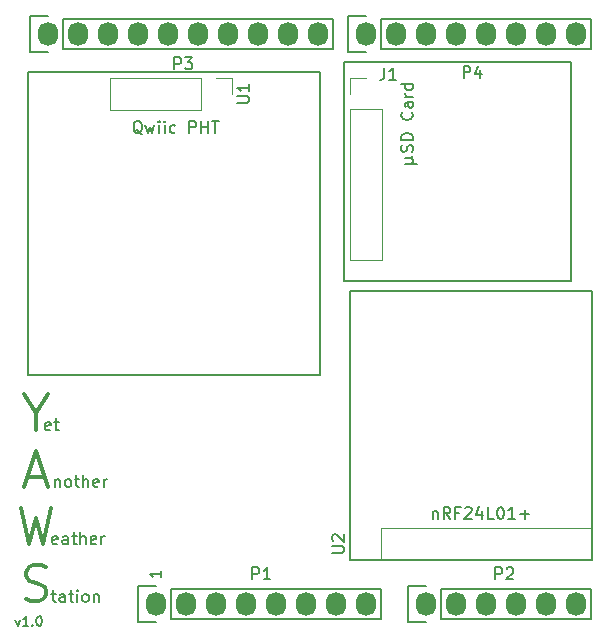
<source format=gbr>
%TF.GenerationSoftware,KiCad,Pcbnew,(6.0.1)*%
%TF.CreationDate,2022-03-15T17:59:04+02:00*%
%TF.ProjectId,YAWS,59415753-2e6b-4696-9361-645f70636258,rev?*%
%TF.SameCoordinates,Original*%
%TF.FileFunction,Legend,Top*%
%TF.FilePolarity,Positive*%
%FSLAX46Y46*%
G04 Gerber Fmt 4.6, Leading zero omitted, Abs format (unit mm)*
G04 Created by KiCad (PCBNEW (6.0.1)) date 2022-03-15 17:59:04*
%MOMM*%
%LPD*%
G01*
G04 APERTURE LIST*
%ADD10C,0.150000*%
%ADD11C,0.300000*%
%ADD12C,0.120000*%
%ADD13O,1.727200X2.032000*%
G04 APERTURE END LIST*
D10*
X128116414Y-78804677D02*
X152821989Y-78804677D01*
X152821989Y-78804677D02*
X152821989Y-104453414D01*
X152821989Y-104453414D02*
X128116414Y-104453414D01*
X128116414Y-104453414D02*
X128116414Y-78804677D01*
X154875276Y-77974537D02*
X174050383Y-77974537D01*
X174050383Y-77974537D02*
X174050383Y-96452090D01*
X174050383Y-96452090D02*
X154875276Y-96452090D01*
X154875276Y-96452090D02*
X154875276Y-77974537D01*
X155393925Y-120081446D02*
X175818319Y-120081446D01*
X175818319Y-120081446D02*
X175818319Y-97332797D01*
X175818319Y-97332797D02*
X155393925Y-97332797D01*
X155393925Y-97332797D02*
X155393925Y-120081446D01*
X130072432Y-122980161D02*
X130453384Y-122980161D01*
X130215289Y-122646827D02*
X130215289Y-123503970D01*
X130262908Y-123599208D01*
X130358146Y-123646827D01*
X130453384Y-123646827D01*
X131215289Y-123646827D02*
X131215289Y-123123018D01*
X131167670Y-123027780D01*
X131072432Y-122980161D01*
X130881956Y-122980161D01*
X130786718Y-123027780D01*
X131215289Y-123599208D02*
X131120051Y-123646827D01*
X130881956Y-123646827D01*
X130786718Y-123599208D01*
X130739099Y-123503970D01*
X130739099Y-123408732D01*
X130786718Y-123313494D01*
X130881956Y-123265875D01*
X131120051Y-123265875D01*
X131215289Y-123218256D01*
X131548622Y-122980161D02*
X131929575Y-122980161D01*
X131691480Y-122646827D02*
X131691480Y-123503970D01*
X131739099Y-123599208D01*
X131834337Y-123646827D01*
X131929575Y-123646827D01*
X132262908Y-123646827D02*
X132262908Y-122980161D01*
X132262908Y-122646827D02*
X132215289Y-122694447D01*
X132262908Y-122742066D01*
X132310527Y-122694447D01*
X132262908Y-122646827D01*
X132262908Y-122742066D01*
X132881956Y-123646827D02*
X132786718Y-123599208D01*
X132739099Y-123551589D01*
X132691480Y-123456351D01*
X132691480Y-123170637D01*
X132739099Y-123075399D01*
X132786718Y-123027780D01*
X132881956Y-122980161D01*
X133024813Y-122980161D01*
X133120051Y-123027780D01*
X133167670Y-123075399D01*
X133215289Y-123170637D01*
X133215289Y-123456351D01*
X133167670Y-123551589D01*
X133120051Y-123599208D01*
X133024813Y-123646827D01*
X132881956Y-123646827D01*
X133643861Y-122980161D02*
X133643861Y-123646827D01*
X133643861Y-123075399D02*
X133691480Y-123027780D01*
X133786718Y-122980161D01*
X133929575Y-122980161D01*
X134024813Y-123027780D01*
X134072432Y-123123018D01*
X134072432Y-123646827D01*
X139390380Y-120999285D02*
X139390380Y-121570714D01*
X139390380Y-121285000D02*
X138390380Y-121285000D01*
X138533238Y-121380238D01*
X138628476Y-121475476D01*
X138676095Y-121570714D01*
X162367818Y-115954150D02*
X162367818Y-116620816D01*
X162367818Y-116049388D02*
X162415437Y-116001769D01*
X162510675Y-115954150D01*
X162653532Y-115954150D01*
X162748770Y-116001769D01*
X162796389Y-116097007D01*
X162796389Y-116620816D01*
X163844008Y-116620816D02*
X163510675Y-116144626D01*
X163272580Y-116620816D02*
X163272580Y-115620816D01*
X163653532Y-115620816D01*
X163748770Y-115668436D01*
X163796389Y-115716055D01*
X163844008Y-115811293D01*
X163844008Y-115954150D01*
X163796389Y-116049388D01*
X163748770Y-116097007D01*
X163653532Y-116144626D01*
X163272580Y-116144626D01*
X164605913Y-116097007D02*
X164272580Y-116097007D01*
X164272580Y-116620816D02*
X164272580Y-115620816D01*
X164748770Y-115620816D01*
X165082104Y-115716055D02*
X165129723Y-115668436D01*
X165224961Y-115620816D01*
X165463056Y-115620816D01*
X165558294Y-115668436D01*
X165605913Y-115716055D01*
X165653532Y-115811293D01*
X165653532Y-115906531D01*
X165605913Y-116049388D01*
X165034485Y-116620816D01*
X165653532Y-116620816D01*
X166510675Y-115954150D02*
X166510675Y-116620816D01*
X166272580Y-115573197D02*
X166034485Y-116287483D01*
X166653532Y-116287483D01*
X167510675Y-116620816D02*
X167034485Y-116620816D01*
X167034485Y-115620816D01*
X168034485Y-115620816D02*
X168129723Y-115620816D01*
X168224961Y-115668436D01*
X168272580Y-115716055D01*
X168320199Y-115811293D01*
X168367818Y-116001769D01*
X168367818Y-116239864D01*
X168320199Y-116430340D01*
X168272580Y-116525578D01*
X168224961Y-116573197D01*
X168129723Y-116620816D01*
X168034485Y-116620816D01*
X167939247Y-116573197D01*
X167891627Y-116525578D01*
X167844008Y-116430340D01*
X167796389Y-116239864D01*
X167796389Y-116001769D01*
X167844008Y-115811293D01*
X167891627Y-115716055D01*
X167939247Y-115668436D01*
X168034485Y-115620816D01*
X169320199Y-116620816D02*
X168748770Y-116620816D01*
X169034485Y-116620816D02*
X169034485Y-115620816D01*
X168939247Y-115763674D01*
X168844008Y-115858912D01*
X168748770Y-115906531D01*
X169748770Y-116239864D02*
X170510675Y-116239864D01*
X170129723Y-116620816D02*
X170129723Y-115858912D01*
X137751013Y-84045207D02*
X137655775Y-83997588D01*
X137560537Y-83902349D01*
X137417680Y-83759492D01*
X137322442Y-83711873D01*
X137227204Y-83711873D01*
X137274823Y-83949968D02*
X137179585Y-83902349D01*
X137084347Y-83807111D01*
X137036727Y-83616635D01*
X137036727Y-83283302D01*
X137084347Y-83092826D01*
X137179585Y-82997588D01*
X137274823Y-82949968D01*
X137465299Y-82949968D01*
X137560537Y-82997588D01*
X137655775Y-83092826D01*
X137703394Y-83283302D01*
X137703394Y-83616635D01*
X137655775Y-83807111D01*
X137560537Y-83902349D01*
X137465299Y-83949968D01*
X137274823Y-83949968D01*
X138036727Y-83283302D02*
X138227204Y-83949968D01*
X138417680Y-83473778D01*
X138608156Y-83949968D01*
X138798632Y-83283302D01*
X139179585Y-83949968D02*
X139179585Y-83283302D01*
X139179585Y-82949968D02*
X139131966Y-82997588D01*
X139179585Y-83045207D01*
X139227204Y-82997588D01*
X139179585Y-82949968D01*
X139179585Y-83045207D01*
X139655775Y-83949968D02*
X139655775Y-83283302D01*
X139655775Y-82949968D02*
X139608156Y-82997588D01*
X139655775Y-83045207D01*
X139703394Y-82997588D01*
X139655775Y-82949968D01*
X139655775Y-83045207D01*
X140560537Y-83902349D02*
X140465299Y-83949968D01*
X140274823Y-83949968D01*
X140179585Y-83902349D01*
X140131966Y-83854730D01*
X140084347Y-83759492D01*
X140084347Y-83473778D01*
X140131966Y-83378540D01*
X140179585Y-83330921D01*
X140274823Y-83283302D01*
X140465299Y-83283302D01*
X140560537Y-83330921D01*
X141751013Y-83949968D02*
X141751013Y-82949968D01*
X142131966Y-82949968D01*
X142227204Y-82997588D01*
X142274823Y-83045207D01*
X142322442Y-83140445D01*
X142322442Y-83283302D01*
X142274823Y-83378540D01*
X142227204Y-83426159D01*
X142131966Y-83473778D01*
X141751013Y-83473778D01*
X142751013Y-83949968D02*
X142751013Y-82949968D01*
X142751013Y-83426159D02*
X143322442Y-83426159D01*
X143322442Y-83949968D02*
X143322442Y-82949968D01*
X143655775Y-82949968D02*
X144227204Y-82949968D01*
X143941489Y-83949968D02*
X143941489Y-82949968D01*
X127020716Y-125143901D02*
X127211193Y-125677234D01*
X127401669Y-125143901D01*
X128125478Y-125677234D02*
X127668335Y-125677234D01*
X127896907Y-125677234D02*
X127896907Y-124877234D01*
X127820716Y-124991520D01*
X127744526Y-125067710D01*
X127668335Y-125105806D01*
X128468335Y-125601044D02*
X128506431Y-125639139D01*
X128468335Y-125677234D01*
X128430240Y-125639139D01*
X128468335Y-125601044D01*
X128468335Y-125677234D01*
X129001669Y-124877234D02*
X129077859Y-124877234D01*
X129154050Y-124915330D01*
X129192145Y-124953425D01*
X129230240Y-125029615D01*
X129268335Y-125181996D01*
X129268335Y-125372472D01*
X129230240Y-125524853D01*
X129192145Y-125601044D01*
X129154050Y-125639139D01*
X129077859Y-125677234D01*
X129001669Y-125677234D01*
X128925478Y-125639139D01*
X128887383Y-125601044D01*
X128849288Y-125524853D01*
X128811193Y-125372472D01*
X128811193Y-125181996D01*
X128849288Y-125029615D01*
X128887383Y-124953425D01*
X128925478Y-124915330D01*
X129001669Y-124877234D01*
X160014841Y-86542142D02*
X161014841Y-86542142D01*
X160538650Y-86065952D02*
X160633888Y-86018333D01*
X160681507Y-85923095D01*
X160538650Y-86542142D02*
X160633888Y-86494523D01*
X160681507Y-86399285D01*
X160681507Y-86208809D01*
X160633888Y-86113571D01*
X160538650Y-86065952D01*
X160014841Y-86065952D01*
X160633888Y-85542142D02*
X160681507Y-85399285D01*
X160681507Y-85161190D01*
X160633888Y-85065952D01*
X160586269Y-85018333D01*
X160491031Y-84970714D01*
X160395793Y-84970714D01*
X160300555Y-85018333D01*
X160252936Y-85065952D01*
X160205317Y-85161190D01*
X160157698Y-85351666D01*
X160110079Y-85446904D01*
X160062460Y-85494523D01*
X159967222Y-85542142D01*
X159871984Y-85542142D01*
X159776746Y-85494523D01*
X159729127Y-85446904D01*
X159681507Y-85351666D01*
X159681507Y-85113571D01*
X159729127Y-84970714D01*
X160681507Y-84542142D02*
X159681507Y-84542142D01*
X159681507Y-84304047D01*
X159729127Y-84161190D01*
X159824365Y-84065952D01*
X159919603Y-84018333D01*
X160110079Y-83970714D01*
X160252936Y-83970714D01*
X160443412Y-84018333D01*
X160538650Y-84065952D01*
X160633888Y-84161190D01*
X160681507Y-84304047D01*
X160681507Y-84542142D01*
X160586269Y-82208809D02*
X160633888Y-82256428D01*
X160681507Y-82399285D01*
X160681507Y-82494523D01*
X160633888Y-82637380D01*
X160538650Y-82732619D01*
X160443412Y-82780238D01*
X160252936Y-82827857D01*
X160110079Y-82827857D01*
X159919603Y-82780238D01*
X159824365Y-82732619D01*
X159729127Y-82637380D01*
X159681507Y-82494523D01*
X159681507Y-82399285D01*
X159729127Y-82256428D01*
X159776746Y-82208809D01*
X160681507Y-81351666D02*
X160157698Y-81351666D01*
X160062460Y-81399285D01*
X160014841Y-81494523D01*
X160014841Y-81685000D01*
X160062460Y-81780238D01*
X160633888Y-81351666D02*
X160681507Y-81446904D01*
X160681507Y-81685000D01*
X160633888Y-81780238D01*
X160538650Y-81827857D01*
X160443412Y-81827857D01*
X160348174Y-81780238D01*
X160300555Y-81685000D01*
X160300555Y-81446904D01*
X160252936Y-81351666D01*
X160681507Y-80875476D02*
X160014841Y-80875476D01*
X160205317Y-80875476D02*
X160110079Y-80827857D01*
X160062460Y-80780238D01*
X160014841Y-80685000D01*
X160014841Y-80589761D01*
X160681507Y-79827857D02*
X159681507Y-79827857D01*
X160633888Y-79827857D02*
X160681507Y-79923095D01*
X160681507Y-80113571D01*
X160633888Y-80208809D01*
X160586269Y-80256428D01*
X160491031Y-80304047D01*
X160205317Y-80304047D01*
X160110079Y-80256428D01*
X160062460Y-80208809D01*
X160014841Y-80113571D01*
X160014841Y-79923095D01*
X160062460Y-79827857D01*
X130580084Y-118718271D02*
X130484846Y-118765890D01*
X130294370Y-118765890D01*
X130199132Y-118718271D01*
X130151513Y-118623033D01*
X130151513Y-118242081D01*
X130199132Y-118146843D01*
X130294370Y-118099224D01*
X130484846Y-118099224D01*
X130580084Y-118146843D01*
X130627703Y-118242081D01*
X130627703Y-118337319D01*
X130151513Y-118432557D01*
X131484846Y-118765890D02*
X131484846Y-118242081D01*
X131437227Y-118146843D01*
X131341989Y-118099224D01*
X131151513Y-118099224D01*
X131056275Y-118146843D01*
X131484846Y-118718271D02*
X131389608Y-118765890D01*
X131151513Y-118765890D01*
X131056275Y-118718271D01*
X131008656Y-118623033D01*
X131008656Y-118527795D01*
X131056275Y-118432557D01*
X131151513Y-118384938D01*
X131389608Y-118384938D01*
X131484846Y-118337319D01*
X131818180Y-118099224D02*
X132199132Y-118099224D01*
X131961037Y-117765890D02*
X131961037Y-118623033D01*
X132008656Y-118718271D01*
X132103894Y-118765890D01*
X132199132Y-118765890D01*
X132532465Y-118765890D02*
X132532465Y-117765890D01*
X132961037Y-118765890D02*
X132961037Y-118242081D01*
X132913418Y-118146843D01*
X132818180Y-118099224D01*
X132675322Y-118099224D01*
X132580084Y-118146843D01*
X132532465Y-118194462D01*
X133818180Y-118718271D02*
X133722941Y-118765890D01*
X133532465Y-118765890D01*
X133437227Y-118718271D01*
X133389608Y-118623033D01*
X133389608Y-118242081D01*
X133437227Y-118146843D01*
X133532465Y-118099224D01*
X133722941Y-118099224D01*
X133818180Y-118146843D01*
X133865799Y-118242081D01*
X133865799Y-118337319D01*
X133389608Y-118432557D01*
X134294370Y-118765890D02*
X134294370Y-118099224D01*
X134294370Y-118289700D02*
X134341989Y-118194462D01*
X134389608Y-118146843D01*
X134484846Y-118099224D01*
X134580084Y-118099224D01*
D11*
X128778000Y-107643593D02*
X128778000Y-109072164D01*
X127778000Y-106072164D02*
X128778000Y-107643593D01*
X129778000Y-106072164D01*
X128063714Y-113045022D02*
X129492285Y-113045022D01*
X127778000Y-113902164D02*
X128778000Y-110902164D01*
X129778000Y-113902164D01*
X127492285Y-115732164D02*
X128206571Y-118732164D01*
X128778000Y-116589307D01*
X129349428Y-118732164D01*
X130063714Y-115732164D01*
X127920857Y-123419307D02*
X128349428Y-123562164D01*
X129063714Y-123562164D01*
X129349428Y-123419307D01*
X129492285Y-123276450D01*
X129635142Y-122990736D01*
X129635142Y-122705022D01*
X129492285Y-122419307D01*
X129349428Y-122276450D01*
X129063714Y-122133593D01*
X128492285Y-121990736D01*
X128206571Y-121847879D01*
X128063714Y-121705022D01*
X127920857Y-121419307D01*
X127920857Y-121133593D01*
X128063714Y-120847879D01*
X128206571Y-120705022D01*
X128492285Y-120562164D01*
X129206571Y-120562164D01*
X129635142Y-120705022D01*
D10*
X130376007Y-113254338D02*
X130376007Y-113921004D01*
X130376007Y-113349576D02*
X130423626Y-113301957D01*
X130518865Y-113254338D01*
X130661722Y-113254338D01*
X130756960Y-113301957D01*
X130804579Y-113397195D01*
X130804579Y-113921004D01*
X131423626Y-113921004D02*
X131328388Y-113873385D01*
X131280769Y-113825766D01*
X131233150Y-113730528D01*
X131233150Y-113444814D01*
X131280769Y-113349576D01*
X131328388Y-113301957D01*
X131423626Y-113254338D01*
X131566484Y-113254338D01*
X131661722Y-113301957D01*
X131709341Y-113349576D01*
X131756960Y-113444814D01*
X131756960Y-113730528D01*
X131709341Y-113825766D01*
X131661722Y-113873385D01*
X131566484Y-113921004D01*
X131423626Y-113921004D01*
X132042674Y-113254338D02*
X132423626Y-113254338D01*
X132185531Y-112921004D02*
X132185531Y-113778147D01*
X132233150Y-113873385D01*
X132328388Y-113921004D01*
X132423626Y-113921004D01*
X132756960Y-113921004D02*
X132756960Y-112921004D01*
X133185531Y-113921004D02*
X133185531Y-113397195D01*
X133137912Y-113301957D01*
X133042674Y-113254338D01*
X132899817Y-113254338D01*
X132804579Y-113301957D01*
X132756960Y-113349576D01*
X134042674Y-113873385D02*
X133947436Y-113921004D01*
X133756960Y-113921004D01*
X133661722Y-113873385D01*
X133614103Y-113778147D01*
X133614103Y-113397195D01*
X133661722Y-113301957D01*
X133756960Y-113254338D01*
X133947436Y-113254338D01*
X134042674Y-113301957D01*
X134090293Y-113397195D01*
X134090293Y-113492433D01*
X133614103Y-113587671D01*
X134518865Y-113921004D02*
X134518865Y-113254338D01*
X134518865Y-113444814D02*
X134566484Y-113349576D01*
X134614103Y-113301957D01*
X134709341Y-113254338D01*
X134804579Y-113254338D01*
X129963789Y-109069924D02*
X129868551Y-109117543D01*
X129678075Y-109117543D01*
X129582837Y-109069924D01*
X129535218Y-108974686D01*
X129535218Y-108593734D01*
X129582837Y-108498496D01*
X129678075Y-108450877D01*
X129868551Y-108450877D01*
X129963789Y-108498496D01*
X130011408Y-108593734D01*
X130011408Y-108688972D01*
X129535218Y-108784210D01*
X130297123Y-108450877D02*
X130678075Y-108450877D01*
X130439980Y-108117543D02*
X130439980Y-108974686D01*
X130487599Y-109069924D01*
X130582837Y-109117543D01*
X130678075Y-109117543D01*
%TO.C,P1*%
X147089904Y-121737380D02*
X147089904Y-120737380D01*
X147470857Y-120737380D01*
X147566095Y-120785000D01*
X147613714Y-120832619D01*
X147661333Y-120927857D01*
X147661333Y-121070714D01*
X147613714Y-121165952D01*
X147566095Y-121213571D01*
X147470857Y-121261190D01*
X147089904Y-121261190D01*
X148613714Y-121737380D02*
X148042285Y-121737380D01*
X148328000Y-121737380D02*
X148328000Y-120737380D01*
X148232761Y-120880238D01*
X148137523Y-120975476D01*
X148042285Y-121023095D01*
%TO.C,P2*%
X167663904Y-121737380D02*
X167663904Y-120737380D01*
X168044857Y-120737380D01*
X168140095Y-120785000D01*
X168187714Y-120832619D01*
X168235333Y-120927857D01*
X168235333Y-121070714D01*
X168187714Y-121165952D01*
X168140095Y-121213571D01*
X168044857Y-121261190D01*
X167663904Y-121261190D01*
X168616285Y-120832619D02*
X168663904Y-120785000D01*
X168759142Y-120737380D01*
X168997238Y-120737380D01*
X169092476Y-120785000D01*
X169140095Y-120832619D01*
X169187714Y-120927857D01*
X169187714Y-121023095D01*
X169140095Y-121165952D01*
X168568666Y-121737380D01*
X169187714Y-121737380D01*
%TO.C,P3*%
X140485904Y-78557380D02*
X140485904Y-77557380D01*
X140866857Y-77557380D01*
X140962095Y-77605000D01*
X141009714Y-77652619D01*
X141057333Y-77747857D01*
X141057333Y-77890714D01*
X141009714Y-77985952D01*
X140962095Y-78033571D01*
X140866857Y-78081190D01*
X140485904Y-78081190D01*
X141390666Y-77557380D02*
X142009714Y-77557380D01*
X141676380Y-77938333D01*
X141819238Y-77938333D01*
X141914476Y-77985952D01*
X141962095Y-78033571D01*
X142009714Y-78128809D01*
X142009714Y-78366904D01*
X141962095Y-78462142D01*
X141914476Y-78509761D01*
X141819238Y-78557380D01*
X141533523Y-78557380D01*
X141438285Y-78509761D01*
X141390666Y-78462142D01*
%TO.C,P4*%
X164970266Y-79288018D02*
X164970266Y-78288018D01*
X165351219Y-78288018D01*
X165446457Y-78335638D01*
X165494076Y-78383257D01*
X165541695Y-78478495D01*
X165541695Y-78621352D01*
X165494076Y-78716590D01*
X165446457Y-78764209D01*
X165351219Y-78811828D01*
X164970266Y-78811828D01*
X166398838Y-78621352D02*
X166398838Y-79288018D01*
X166160742Y-78240399D02*
X165922647Y-78954685D01*
X166541695Y-78954685D01*
%TO.C,U1*%
X145800380Y-81406904D02*
X146609904Y-81406904D01*
X146705142Y-81359285D01*
X146752761Y-81311666D01*
X146800380Y-81216428D01*
X146800380Y-81025952D01*
X146752761Y-80930714D01*
X146705142Y-80883095D01*
X146609904Y-80835476D01*
X145800380Y-80835476D01*
X146800380Y-79835476D02*
X146800380Y-80406904D01*
X146800380Y-80121190D02*
X145800380Y-80121190D01*
X145943238Y-80216428D01*
X146038476Y-80311666D01*
X146086095Y-80406904D01*
%TO.C,J1*%
X158256996Y-78433284D02*
X158256996Y-79147570D01*
X158209377Y-79290427D01*
X158114139Y-79385665D01*
X157971282Y-79433284D01*
X157876044Y-79433284D01*
X159256996Y-79433284D02*
X158685568Y-79433284D01*
X158971282Y-79433284D02*
X158971282Y-78433284D01*
X158876044Y-78576142D01*
X158780806Y-78671380D01*
X158685568Y-78718999D01*
%TO.C,U2*%
X153840380Y-119506904D02*
X154649904Y-119506904D01*
X154745142Y-119459285D01*
X154792761Y-119411666D01*
X154840380Y-119316428D01*
X154840380Y-119125952D01*
X154792761Y-119030714D01*
X154745142Y-118983095D01*
X154649904Y-118935476D01*
X153840380Y-118935476D01*
X153935619Y-118506904D02*
X153888000Y-118459285D01*
X153840380Y-118364047D01*
X153840380Y-118125952D01*
X153888000Y-118030714D01*
X153935619Y-117983095D01*
X154030857Y-117935476D01*
X154126095Y-117935476D01*
X154268952Y-117983095D01*
X154840380Y-118554523D01*
X154840380Y-117935476D01*
%TO.C,P1*%
X137388000Y-125375000D02*
X138938000Y-125375000D01*
X140208000Y-125095000D02*
X140208000Y-122555000D01*
X140208000Y-125095000D02*
X157988000Y-125095000D01*
X157988000Y-125095000D02*
X157988000Y-122555000D01*
X137388000Y-122275000D02*
X137388000Y-125375000D01*
X157988000Y-122555000D02*
X140208000Y-122555000D01*
X138938000Y-122275000D02*
X137388000Y-122275000D01*
%TO.C,P2*%
X163068000Y-125095000D02*
X163068000Y-122555000D01*
X163068000Y-125095000D02*
X175768000Y-125095000D01*
X160248000Y-125375000D02*
X161798000Y-125375000D01*
X175768000Y-125095000D02*
X175768000Y-122555000D01*
X161798000Y-122275000D02*
X160248000Y-122275000D01*
X160248000Y-122275000D02*
X160248000Y-125375000D01*
X175768000Y-122555000D02*
X163068000Y-122555000D01*
%TO.C,P3*%
X128244000Y-77115000D02*
X129794000Y-77115000D01*
X129794000Y-74015000D02*
X128244000Y-74015000D01*
X131064000Y-76835000D02*
X153924000Y-76835000D01*
X131064000Y-76835000D02*
X131064000Y-74295000D01*
X153924000Y-74295000D02*
X131064000Y-74295000D01*
X128244000Y-74015000D02*
X128244000Y-77115000D01*
X153924000Y-76835000D02*
X153924000Y-74295000D01*
%TO.C,P4*%
X155168000Y-74015000D02*
X155168000Y-77115000D01*
X175768000Y-76835000D02*
X175768000Y-74295000D01*
X157988000Y-76835000D02*
X157988000Y-74295000D01*
X157988000Y-76835000D02*
X175768000Y-76835000D01*
X175768000Y-74295000D02*
X157988000Y-74295000D01*
X156718000Y-74015000D02*
X155168000Y-74015000D01*
X155168000Y-77115000D02*
X156718000Y-77115000D01*
D12*
%TO.C,U1*%
X145348000Y-79315000D02*
X145348000Y-80645000D01*
X135068000Y-79315000D02*
X135068000Y-81975000D01*
X142748000Y-79315000D02*
X135068000Y-79315000D01*
X142748000Y-79315000D02*
X142748000Y-81975000D01*
X142748000Y-81975000D02*
X135068000Y-81975000D01*
X144018000Y-79315000D02*
X145348000Y-79315000D01*
%TO.C,J1*%
X158048000Y-81915000D02*
X158048000Y-94675000D01*
X155388000Y-81915000D02*
X155388000Y-94675000D01*
X155388000Y-94675000D02*
X158048000Y-94675000D01*
X155388000Y-79315000D02*
X156718000Y-79315000D01*
X155388000Y-80645000D02*
X155388000Y-79315000D01*
X155388000Y-81915000D02*
X158048000Y-81915000D01*
%TO.C,U2*%
X175828000Y-120075000D02*
X175828000Y-117415000D01*
X156718000Y-120075000D02*
X155388000Y-120075000D01*
X157988000Y-120075000D02*
X175828000Y-120075000D01*
X155388000Y-120075000D02*
X155388000Y-118745000D01*
X157988000Y-117415000D02*
X175828000Y-117415000D01*
X157988000Y-120075000D02*
X157988000Y-117415000D01*
%TD*%
D13*
%TO.C,P1*%
X138938000Y-123825000D03*
X141478000Y-123825000D03*
X144018000Y-123825000D03*
X146558000Y-123825000D03*
X149098000Y-123825000D03*
X151638000Y-123825000D03*
X154178000Y-123825000D03*
X156718000Y-123825000D03*
%TD*%
%TO.C,P2*%
X161798000Y-123825000D03*
X164338000Y-123825000D03*
X166878000Y-123825000D03*
X169418000Y-123825000D03*
X171958000Y-123825000D03*
X174498000Y-123825000D03*
%TD*%
%TO.C,P3*%
X129794000Y-75565000D03*
X132334000Y-75565000D03*
X134874000Y-75565000D03*
X137414000Y-75565000D03*
X139954000Y-75565000D03*
X142494000Y-75565000D03*
X145034000Y-75565000D03*
X147574000Y-75565000D03*
X150114000Y-75565000D03*
X152654000Y-75565000D03*
%TD*%
%TO.C,P4*%
X156718000Y-75565000D03*
X159258000Y-75565000D03*
X161798000Y-75565000D03*
X164338000Y-75565000D03*
X166878000Y-75565000D03*
X169418000Y-75565000D03*
X171958000Y-75565000D03*
X174498000Y-75565000D03*
%TD*%
M02*

</source>
